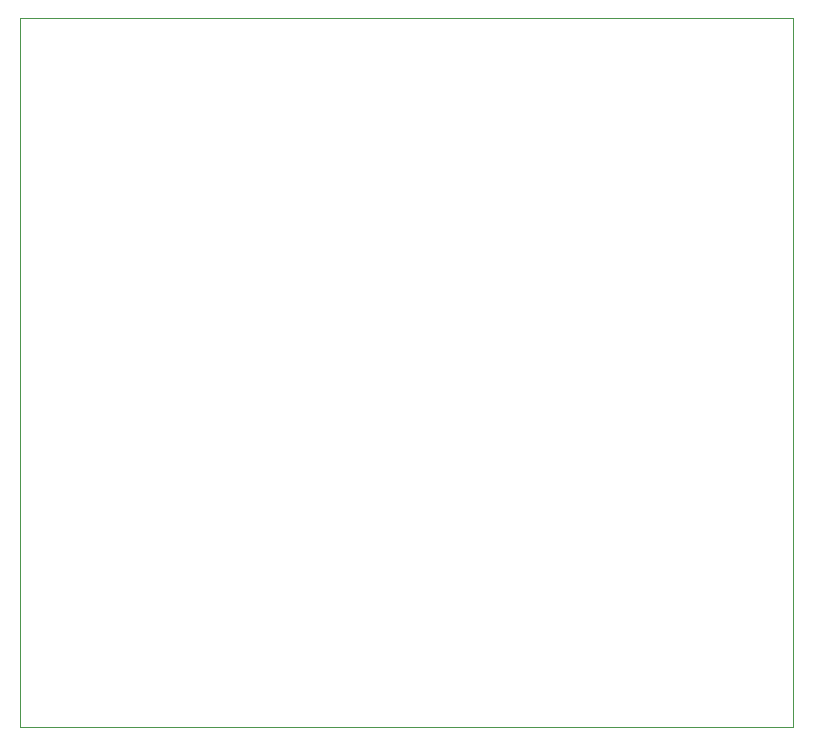
<source format=gbr>
%TF.GenerationSoftware,KiCad,Pcbnew,9.0.0*%
%TF.CreationDate,2025-04-07T22:33:31+05:30*%
%TF.ProjectId,pcb,7063622e-6b69-4636-9164-5f7063625858,rev?*%
%TF.SameCoordinates,Original*%
%TF.FileFunction,Profile,NP*%
%FSLAX46Y46*%
G04 Gerber Fmt 4.6, Leading zero omitted, Abs format (unit mm)*
G04 Created by KiCad (PCBNEW 9.0.0) date 2025-04-07 22:33:31*
%MOMM*%
%LPD*%
G01*
G04 APERTURE LIST*
%TA.AperFunction,Profile*%
%ADD10C,0.050000*%
%TD*%
G04 APERTURE END LIST*
D10*
X111000000Y-50500000D02*
X176500000Y-50500000D01*
X176500000Y-110500000D01*
X111000000Y-110500000D01*
X111000000Y-50500000D01*
M02*

</source>
